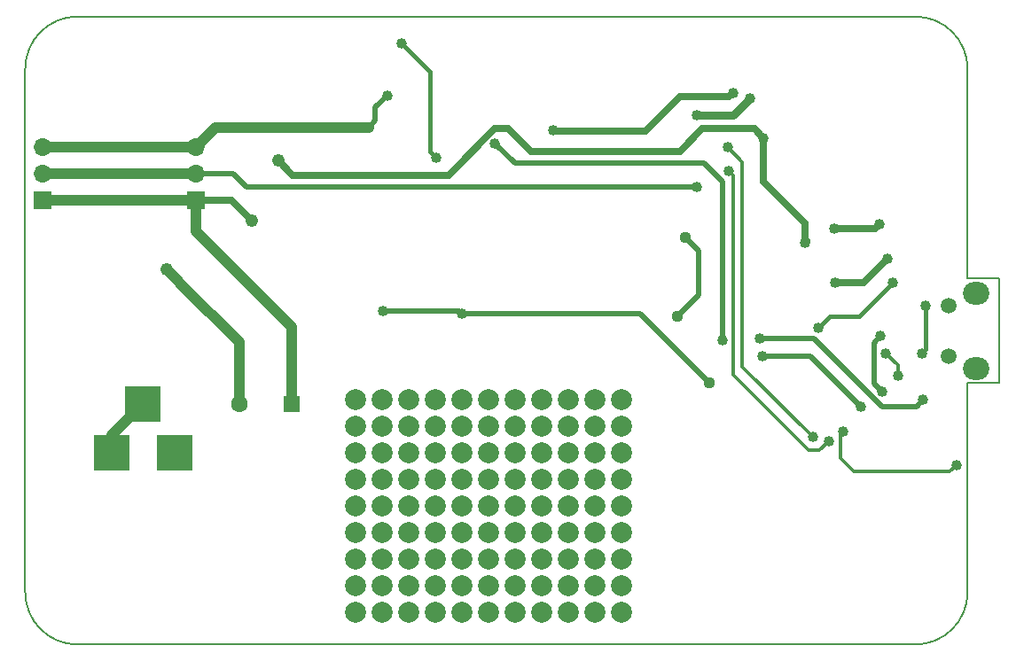
<source format=gbr>
G04 #@! TF.FileFunction,Copper,L2,Bot,Signal*
%FSLAX46Y46*%
G04 Gerber Fmt 4.6, Leading zero omitted, Abs format (unit mm)*
G04 Created by KiCad (PCBNEW (2015-01-16 BZR 5376)-product) date 23-May-17 3:49:53 PM*
%MOMM*%
G01*
G04 APERTURE LIST*
%ADD10C,0.100000*%
%ADD11C,0.150000*%
%ADD12C,1.500000*%
%ADD13O,2.500000X2.200000*%
%ADD14R,1.600000X1.600000*%
%ADD15C,1.600000*%
%ADD16R,3.500000X3.500000*%
%ADD17C,2.000000*%
%ADD18R,1.700000X1.700000*%
%ADD19O,1.700000X1.700000*%
%ADD20C,1.010000*%
%ADD21C,1.210000*%
%ADD22C,1.110000*%
%ADD23C,0.635000*%
%ADD24C,0.508000*%
%ADD25C,0.381000*%
%ADD26C,0.762000*%
%ADD27C,1.016000*%
%ADD28C,0.304800*%
G04 APERTURE END LIST*
D10*
D11*
X65000000Y-112500000D02*
X65000000Y-82500000D01*
X155000000Y-77500000D02*
X155000000Y-87500000D01*
X65000000Y-122500000D02*
X65000000Y-112500000D01*
X65000000Y-72500000D02*
X65000000Y-82500000D01*
X158000000Y-102500000D02*
X155000000Y-102500000D01*
X158000000Y-92500000D02*
X158000000Y-102500000D01*
X155000000Y-92500000D02*
X158000000Y-92500000D01*
X150000000Y-67500000D02*
X70000000Y-67500000D01*
X155000000Y-77500000D02*
X155000000Y-72500000D01*
X155000000Y-122500000D02*
X155000000Y-102500000D01*
X70000000Y-127500000D02*
X150000000Y-127500000D01*
X155000000Y-72500000D02*
G75*
G03X150000000Y-67500000I-5000000J0D01*
G01*
X150000000Y-127500000D02*
G75*
G03X155000000Y-122500000I0J5000000D01*
G01*
X65000000Y-122500000D02*
G75*
G03X70000000Y-127500000I5000000J0D01*
G01*
X70000000Y-67500000D02*
G75*
G03X65000000Y-72500000I0J-5000000D01*
G01*
X155000000Y-92500000D02*
X155000000Y-87500000D01*
D12*
X153162000Y-99961000D03*
D13*
X155812000Y-101161000D03*
D12*
X153162000Y-95111000D03*
D13*
X155812000Y-93911000D03*
D14*
X90424000Y-104521000D03*
D15*
X85424000Y-104521000D03*
D16*
X79248000Y-109220000D03*
X73248000Y-109220000D03*
X76248000Y-104520000D03*
D17*
X96520000Y-104140000D03*
X99060000Y-104140000D03*
X101600000Y-104140000D03*
X104140000Y-104140000D03*
X106680000Y-104140000D03*
X109220000Y-104140000D03*
X111760000Y-104140000D03*
X114300000Y-104140000D03*
X116840000Y-104140000D03*
X119380000Y-104140000D03*
X121920000Y-104140000D03*
X96520000Y-106680000D03*
X99060000Y-106680000D03*
X101600000Y-106680000D03*
X104140000Y-106680000D03*
X106680000Y-106680000D03*
X109220000Y-106680000D03*
X111760000Y-106680000D03*
X114300000Y-106680000D03*
X116840000Y-106680000D03*
X119380000Y-106680000D03*
X121920000Y-106680000D03*
X96520000Y-109220000D03*
X99060000Y-109220000D03*
X101600000Y-109220000D03*
X104140000Y-109220000D03*
X106680000Y-109220000D03*
X109220000Y-109220000D03*
X111760000Y-109220000D03*
X114300000Y-109220000D03*
X116840000Y-109220000D03*
X119380000Y-109220000D03*
X121920000Y-109220000D03*
X96520000Y-111760000D03*
X99060000Y-111760000D03*
X101600000Y-111760000D03*
X104140000Y-111760000D03*
X106680000Y-111760000D03*
X109220000Y-111760000D03*
X111760000Y-111760000D03*
X114300000Y-111760000D03*
X116840000Y-111760000D03*
X119380000Y-111760000D03*
X121920000Y-111760000D03*
X96520000Y-114300000D03*
X99060000Y-114300000D03*
X101600000Y-114300000D03*
X104140000Y-114300000D03*
X106680000Y-114300000D03*
X109220000Y-114300000D03*
X111760000Y-114300000D03*
X114300000Y-114300000D03*
X116840000Y-114300000D03*
X119380000Y-114300000D03*
X121920000Y-114300000D03*
X96520000Y-116840000D03*
X99060000Y-116840000D03*
X101600000Y-116840000D03*
X104140000Y-116840000D03*
X106680000Y-116840000D03*
X109220000Y-116840000D03*
X111760000Y-116840000D03*
X114300000Y-116840000D03*
X116840000Y-116840000D03*
X119380000Y-116840000D03*
X121920000Y-116840000D03*
X96520000Y-119380000D03*
X99060000Y-119380000D03*
X101600000Y-119380000D03*
X104140000Y-119380000D03*
X106680000Y-119380000D03*
X109220000Y-119380000D03*
X111760000Y-119380000D03*
X114300000Y-119380000D03*
X116840000Y-119380000D03*
X119380000Y-119380000D03*
X121920000Y-119380000D03*
X96520000Y-121920000D03*
X99060000Y-121920000D03*
X101600000Y-121920000D03*
X104140000Y-121920000D03*
X106680000Y-121920000D03*
X109220000Y-121920000D03*
X111760000Y-121920000D03*
X114300000Y-121920000D03*
X116840000Y-121920000D03*
X119380000Y-121920000D03*
X121920000Y-121920000D03*
X96520000Y-124460000D03*
X99060000Y-124460000D03*
X101600000Y-124460000D03*
X104140000Y-124460000D03*
X106680000Y-124460000D03*
X109220000Y-124460000D03*
X111760000Y-124460000D03*
X114300000Y-124460000D03*
X116840000Y-124460000D03*
X119380000Y-124460000D03*
X121920000Y-124460000D03*
D18*
X81280000Y-85090000D03*
D19*
X81280000Y-82550000D03*
X81280000Y-80010000D03*
D18*
X66675000Y-85090000D03*
D19*
X66675000Y-82550000D03*
X66675000Y-80010000D03*
D20*
X147320000Y-90678000D03*
X142367000Y-92964000D03*
X132588000Y-74803000D03*
X115443000Y-78359000D03*
X146558000Y-87376000D03*
X142240000Y-87757000D03*
X146812000Y-103378000D03*
X146685000Y-98044000D03*
X99187000Y-95631000D03*
X106680000Y-95885000D03*
X129159000Y-76962000D03*
X134239000Y-75311000D03*
X97790000Y-78105000D03*
X99568000Y-75057000D03*
D21*
X78486000Y-91694000D03*
D22*
X130302000Y-102489000D03*
D20*
X139446000Y-89154000D03*
X135509000Y-79121000D03*
D21*
X86614000Y-86995000D03*
X89154000Y-81280000D03*
D20*
X150622000Y-99695000D03*
X151003000Y-95123000D03*
X147193000Y-99695000D03*
X148336000Y-101854000D03*
X104267000Y-81026000D03*
X100965000Y-70104000D03*
X144780000Y-104775000D03*
X135382000Y-99949000D03*
X131572000Y-98425000D03*
X109855000Y-79629000D03*
X135128000Y-98298000D03*
X150749000Y-104140000D03*
X143129000Y-107188000D03*
X153924000Y-110363000D03*
X129159000Y-83820000D03*
X140208000Y-107696000D03*
X132080000Y-80010000D03*
X141732000Y-108077000D03*
X132207000Y-82296000D03*
X140716000Y-97282000D03*
X147828000Y-92964000D03*
D22*
X128016000Y-88646000D03*
X127254000Y-96139000D03*
D23*
X147320000Y-90678000D02*
X145034000Y-92964000D01*
X145034000Y-92964000D02*
X142367000Y-92964000D01*
D24*
X132207000Y-75184000D02*
X132588000Y-74803000D01*
D23*
X124206000Y-78486000D02*
X127508000Y-75184000D01*
X115570000Y-78486000D02*
X124206000Y-78486000D01*
D24*
X115443000Y-78359000D02*
X115570000Y-78486000D01*
D23*
X127508000Y-75184000D02*
X132207000Y-75184000D01*
X146177000Y-87757000D02*
X142240000Y-87757000D01*
D25*
X146558000Y-87376000D02*
X146177000Y-87757000D01*
D24*
X146812000Y-103378000D02*
X146050000Y-102616000D01*
X146050000Y-102616000D02*
X146050000Y-98679000D01*
X146050000Y-98679000D02*
X146685000Y-98044000D01*
X106426000Y-95631000D02*
X99187000Y-95631000D01*
X106680000Y-95885000D02*
X106426000Y-95631000D01*
D26*
X132588000Y-76962000D02*
X134239000Y-75311000D01*
X129159000Y-76962000D02*
X132588000Y-76962000D01*
D24*
X97790000Y-78105000D02*
X98425000Y-77470000D01*
X98425000Y-77470000D02*
X98425000Y-76200000D01*
X98425000Y-76200000D02*
X99568000Y-75057000D01*
D26*
X73248000Y-107520000D02*
X76248000Y-104520000D01*
D27*
X73248000Y-107520000D02*
X76248000Y-104520000D01*
X73248000Y-107520000D02*
X76248000Y-104520000D01*
X66675000Y-80010000D02*
X81280000Y-80010000D01*
X84328000Y-97536000D02*
X81000000Y-94208000D01*
X81000000Y-94208000D02*
X78486000Y-91694000D01*
X95123000Y-78105000D02*
X83185000Y-78105000D01*
X83185000Y-78105000D02*
X81280000Y-80010000D01*
X97790000Y-78105000D02*
X95123000Y-78105000D01*
D24*
X123698000Y-95885000D02*
X106680000Y-95885000D01*
X130302000Y-102489000D02*
X123698000Y-95885000D01*
D27*
X85424000Y-98632000D02*
X84328000Y-97536000D01*
X85424000Y-104521000D02*
X85424000Y-98632000D01*
D25*
X139446000Y-89154000D02*
X139700000Y-88900000D01*
D23*
X109855000Y-78232000D02*
X105410000Y-82677000D01*
X111125000Y-78232000D02*
X109855000Y-78232000D01*
X113284000Y-80391000D02*
X111125000Y-78232000D01*
X127508000Y-80391000D02*
X113284000Y-80391000D01*
X129667000Y-78232000D02*
X127508000Y-80391000D01*
X134620000Y-78232000D02*
X129667000Y-78232000D01*
X135509000Y-79121000D02*
X134620000Y-78232000D01*
X105410000Y-82677000D02*
X92710000Y-82677000D01*
X139446000Y-87249000D02*
X135509000Y-83312000D01*
X135509000Y-83312000D02*
X135509000Y-79121000D01*
X139446000Y-89154000D02*
X139446000Y-87249000D01*
D27*
X81280000Y-85090000D02*
X66675000Y-85090000D01*
X89535000Y-96266000D02*
X81280000Y-88011000D01*
X81280000Y-88011000D02*
X81280000Y-85090000D01*
D23*
X84709000Y-85090000D02*
X86614000Y-86995000D01*
X89154000Y-81280000D02*
X90551000Y-82677000D01*
X90551000Y-82677000D02*
X92583000Y-82677000D01*
X81280000Y-85090000D02*
X84709000Y-85090000D01*
D27*
X90424000Y-97155000D02*
X89535000Y-96266000D01*
X90424000Y-104521000D02*
X90424000Y-97155000D01*
D28*
X150622000Y-99695000D02*
X151003000Y-99314000D01*
D25*
X151003000Y-99314000D02*
X151003000Y-95123000D01*
D28*
X147193000Y-99695000D02*
X148336000Y-100838000D01*
X148336000Y-100838000D02*
X148336000Y-101854000D01*
D25*
X104267000Y-81026000D02*
X103632000Y-80391000D01*
X103632000Y-80391000D02*
X103632000Y-72771000D01*
X103632000Y-72771000D02*
X100965000Y-70104000D01*
D24*
X144780000Y-104775000D02*
X139954000Y-99949000D01*
X139954000Y-99949000D02*
X135382000Y-99949000D01*
X131572000Y-83312000D02*
X129794000Y-81534000D01*
X131572000Y-98425000D02*
X131572000Y-83312000D01*
X111760000Y-81534000D02*
X109855000Y-79629000D01*
X129794000Y-81534000D02*
X111760000Y-81534000D01*
X140335000Y-98298000D02*
X135128000Y-98298000D01*
X146812000Y-104775000D02*
X140335000Y-98298000D01*
X150114000Y-104775000D02*
X146812000Y-104775000D01*
X150749000Y-104140000D02*
X150114000Y-104775000D01*
D28*
X143129000Y-107188000D02*
X142875000Y-107442000D01*
X142875000Y-107442000D02*
X142875000Y-109728000D01*
X142875000Y-109728000D02*
X144145000Y-110998000D01*
X144145000Y-110998000D02*
X153289000Y-110998000D01*
X153289000Y-110998000D02*
X153924000Y-110363000D01*
D24*
X86106000Y-83820000D02*
X84826000Y-82540000D01*
X129159000Y-83820000D02*
X127381000Y-83820000D01*
X127381000Y-83820000D02*
X86106000Y-83820000D01*
D26*
X80990000Y-82550000D02*
X81000000Y-82540000D01*
D27*
X66675000Y-82550000D02*
X81280000Y-82550000D01*
D24*
X84836000Y-82550000D02*
X86106000Y-83820000D01*
X81280000Y-82550000D02*
X84836000Y-82550000D01*
D28*
X140208000Y-107696000D02*
X133477000Y-100965000D01*
X133477000Y-100965000D02*
X133477000Y-81407000D01*
X133477000Y-81407000D02*
X132080000Y-80010000D01*
X141732000Y-108077000D02*
X140843000Y-108966000D01*
X140843000Y-108966000D02*
X139827000Y-108966000D01*
X139827000Y-108966000D02*
X132588000Y-101727000D01*
X132588000Y-101727000D02*
X132588000Y-82677000D01*
X132588000Y-82677000D02*
X132207000Y-82296000D01*
D25*
X140716000Y-97282000D02*
X141859000Y-96139000D01*
X141859000Y-96139000D02*
X144653000Y-96139000D01*
X144653000Y-96139000D02*
X147828000Y-92964000D01*
D24*
X128016000Y-88646000D02*
X129286000Y-89916000D01*
X129286000Y-89916000D02*
X129286000Y-94107000D01*
X129286000Y-94107000D02*
X127254000Y-96139000D01*
M02*

</source>
